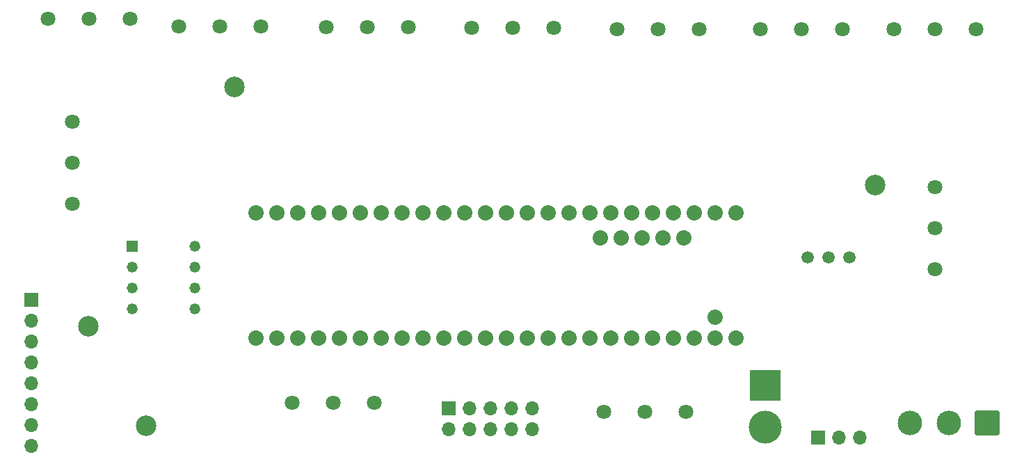
<source format=gbr>
%TF.GenerationSoftware,KiCad,Pcbnew,8.0.4*%
%TF.CreationDate,2024-10-31T19:44:01-04:00*%
%TF.ProjectId,Skibid-i,536b6962-6964-42d6-992e-6b696361645f,rev?*%
%TF.SameCoordinates,Original*%
%TF.FileFunction,Soldermask,Bot*%
%TF.FilePolarity,Negative*%
%FSLAX46Y46*%
G04 Gerber Fmt 4.6, Leading zero omitted, Abs format (unit mm)*
G04 Created by KiCad (PCBNEW 8.0.4) date 2024-10-31 19:44:01*
%MOMM*%
%LPD*%
G01*
G04 APERTURE LIST*
G04 Aperture macros list*
%AMRoundRect*
0 Rectangle with rounded corners*
0 $1 Rounding radius*
0 $2 $3 $4 $5 $6 $7 $8 $9 X,Y pos of 4 corners*
0 Add a 4 corners polygon primitive as box body*
4,1,4,$2,$3,$4,$5,$6,$7,$8,$9,$2,$3,0*
0 Add four circle primitives for the rounded corners*
1,1,$1+$1,$2,$3*
1,1,$1+$1,$4,$5*
1,1,$1+$1,$6,$7*
1,1,$1+$1,$8,$9*
0 Add four rect primitives between the rounded corners*
20,1,$1+$1,$2,$3,$4,$5,0*
20,1,$1+$1,$4,$5,$6,$7,0*
20,1,$1+$1,$6,$7,$8,$9,0*
20,1,$1+$1,$8,$9,$2,$3,0*%
G04 Aperture macros list end*
%ADD10R,1.700000X1.700000*%
%ADD11O,1.700000X1.700000*%
%ADD12C,1.803400*%
%ADD13C,1.498600*%
%ADD14C,2.500000*%
%ADD15C,1.869000*%
%ADD16RoundRect,0.102000X1.387500X1.387500X-1.387500X1.387500X-1.387500X-1.387500X1.387500X-1.387500X0*%
%ADD17C,2.979000*%
%ADD18R,3.800000X3.800000*%
%ADD19C,4.000000*%
%ADD20R,1.320800X1.320800*%
%ADD21C,1.320800*%
G04 APERTURE END LIST*
D10*
%TO.C,J15*%
X244570000Y-86750000D03*
D11*
X247110000Y-86750000D03*
X249650000Y-86750000D03*
%TD*%
D12*
%TO.C,J8*%
X153750000Y-48350000D03*
X153750000Y-53350000D03*
X153750000Y-58350000D03*
%TD*%
D13*
%TO.C,J13*%
X243314900Y-64849501D03*
X245854900Y-64849501D03*
X248394900Y-64849501D03*
%TD*%
D12*
%TO.C,J10*%
X263750000Y-37100000D03*
X258750000Y-37100000D03*
X253750000Y-37100000D03*
%TD*%
%TO.C,J12*%
X180509800Y-82550001D03*
X185509800Y-82550001D03*
X190509800Y-82550001D03*
%TD*%
%TO.C,J4*%
X247504899Y-37050000D03*
X242504899Y-37050000D03*
X237504899Y-37050000D03*
%TD*%
D14*
%TO.C,H1*%
X173500000Y-44050000D03*
%TD*%
D15*
%TO.C,IC1*%
X229470000Y-59450000D03*
X226930000Y-59450000D03*
X224390000Y-59450000D03*
X221850000Y-59450000D03*
X219310000Y-59450000D03*
X216770000Y-59450000D03*
X214230000Y-59450000D03*
X211690000Y-59450000D03*
X209150000Y-59450000D03*
X206610000Y-59450000D03*
X204070000Y-59450000D03*
X201530000Y-59450000D03*
X201530000Y-74690000D03*
X204070000Y-74690000D03*
X206610000Y-74690000D03*
X209150000Y-74690000D03*
X211690000Y-74690000D03*
X214230000Y-74690000D03*
X216770000Y-74690000D03*
X219310000Y-74690000D03*
X221850000Y-74690000D03*
X224390000Y-74690000D03*
X226930000Y-74690000D03*
X196450000Y-59450000D03*
X193910000Y-59450000D03*
X191370000Y-59450000D03*
X188830000Y-59450000D03*
X186290000Y-59450000D03*
X183750000Y-59450000D03*
X181210000Y-59450000D03*
X178670000Y-59450000D03*
X176130000Y-59450000D03*
X176130000Y-74690000D03*
X178670000Y-74690000D03*
X181210000Y-74690000D03*
X183750000Y-74690000D03*
X186290000Y-74690000D03*
X188830000Y-74690000D03*
X191370000Y-74690000D03*
X193910000Y-74690000D03*
X196450000Y-74690000D03*
X198990000Y-59450000D03*
X218040000Y-62500000D03*
X220580000Y-62500000D03*
X223120000Y-62500000D03*
X225660000Y-62500000D03*
X228200000Y-62500000D03*
X229470000Y-74690000D03*
X234550000Y-74690000D03*
X232010000Y-59450000D03*
X232010000Y-72150000D03*
X198990000Y-74690000D03*
X232010000Y-74690000D03*
X234550000Y-59450000D03*
%TD*%
D16*
%TO.C,ON*%
X265150000Y-85000000D03*
D17*
X260450000Y-85000000D03*
X255750000Y-85000000D03*
%TD*%
D12*
%TO.C,J2*%
X228504900Y-83625001D03*
X223504900Y-83625001D03*
X218504900Y-83625001D03*
%TD*%
D14*
%TO.C,H5*%
X155750000Y-73200000D03*
%TD*%
D12*
%TO.C,J6*%
X212404899Y-36900000D03*
X207404899Y-36900000D03*
X202404899Y-36900000D03*
%TD*%
D14*
%TO.C,H4*%
X162800000Y-85350000D03*
%TD*%
D12*
%TO.C,J5*%
X230100000Y-37100000D03*
X225100000Y-37100000D03*
X220100000Y-37100000D03*
%TD*%
%TO.C,J9*%
X176700000Y-36700000D03*
X171700000Y-36700000D03*
X166700000Y-36700000D03*
%TD*%
D14*
%TO.C,H2*%
X251500000Y-56000000D03*
%TD*%
D12*
%TO.C,J7*%
X194704899Y-36800000D03*
X189704899Y-36800000D03*
X184704899Y-36800000D03*
%TD*%
D18*
%TO.C,J19*%
X238100000Y-80450000D03*
D19*
X238100000Y-85450000D03*
%TD*%
D20*
%TO.C,SW2*%
X161050000Y-63480000D03*
D21*
X161050000Y-66020000D03*
X161050000Y-68560000D03*
X161050000Y-71100000D03*
X168670000Y-71100000D03*
X168670000Y-68560000D03*
X168670000Y-66020000D03*
X168670000Y-63480000D03*
%TD*%
D10*
%TO.C,J1*%
X199600000Y-83160000D03*
D11*
X199600000Y-85700000D03*
X202140000Y-83160000D03*
X202140000Y-85700000D03*
X204680000Y-83160000D03*
X204680000Y-85700000D03*
X207220000Y-83160000D03*
X207220000Y-85700000D03*
X209760000Y-83160000D03*
X209760000Y-85700000D03*
%TD*%
D10*
%TO.C,J17*%
X148800000Y-70000000D03*
D11*
X148800000Y-72540000D03*
X148800000Y-75080000D03*
X148800000Y-77620000D03*
X148800000Y-80160000D03*
X148800000Y-82700000D03*
X148800000Y-85240000D03*
X148800000Y-87780000D03*
%TD*%
D12*
%TO.C,J3*%
X258800000Y-66300000D03*
X258800000Y-61300000D03*
X258800000Y-56300000D03*
%TD*%
%TO.C,J20*%
X150850000Y-35750000D03*
X155850000Y-35750000D03*
X160850000Y-35750000D03*
%TD*%
M02*

</source>
